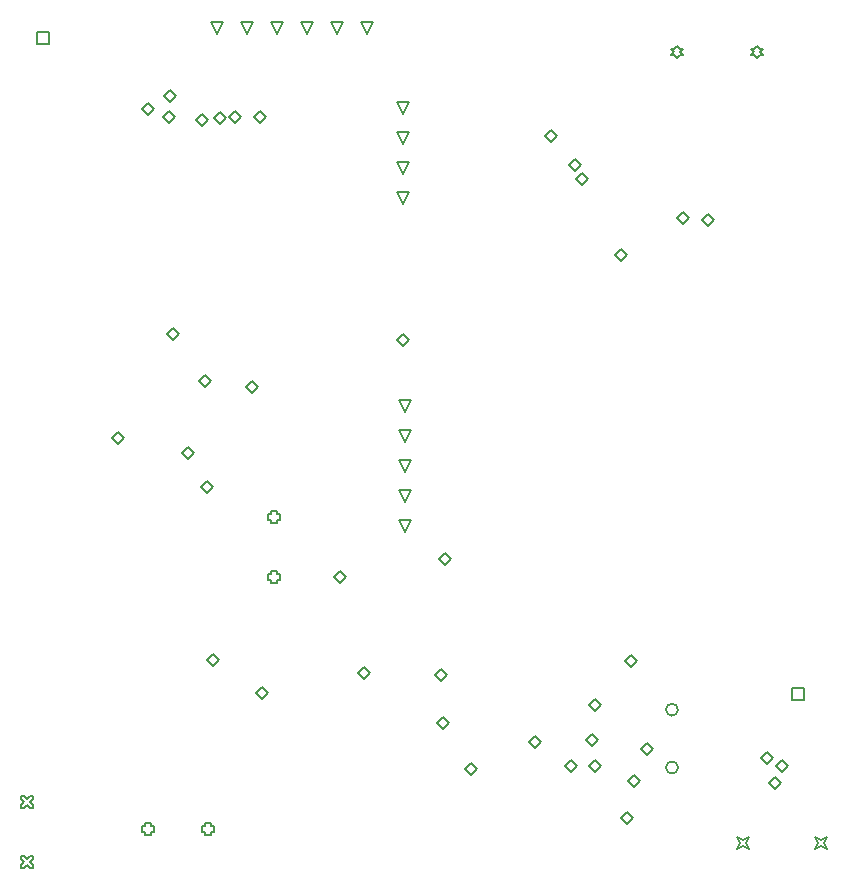
<source format=gbr>
%TF.GenerationSoftware,Altium Limited,Altium Designer,21.3.2 (30)*%
G04 Layer_Color=2752767*
%FSLAX24Y24*%
%MOIN*%
%TF.SameCoordinates,A906CF50-EBD2-4515-BF13-6977FA7C699A*%
%TF.FilePolarity,Positive*%
%TF.FileFunction,Drawing*%
%TF.Part,Single*%
G01*
G75*
%TA.AperFunction,NonConductor*%
%ADD68C,0.0050*%
%ADD107C,0.0067*%
D68*
X36600Y31100D02*
Y31500D01*
X37000D01*
Y31100D01*
X36600D01*
X11420Y52960D02*
Y53360D01*
X11820D01*
Y52960D01*
X11420D01*
X22450Y53300D02*
X22250Y53700D01*
X22650D01*
X22450Y53300D01*
X21450D02*
X21250Y53700D01*
X21650D01*
X21450Y53300D01*
X20450D02*
X20250Y53700D01*
X20650D01*
X20450Y53300D01*
X19450D02*
X19250Y53700D01*
X19650D01*
X19450Y53300D01*
X18450D02*
X18250Y53700D01*
X18650D01*
X18450Y53300D01*
X17450D02*
X17250Y53700D01*
X17650D01*
X17450Y53300D01*
X32773Y52500D02*
X32873Y52600D01*
X32973D01*
X32873Y52700D01*
X32973Y52800D01*
X32873D01*
X32773Y52900D01*
X32673Y52800D01*
X32573D01*
X32673Y52700D01*
X32573Y52600D01*
X32673D01*
X32773Y52500D01*
X35450D02*
X35550Y52600D01*
X35650D01*
X35550Y52700D01*
X35650Y52800D01*
X35550D01*
X35450Y52900D01*
X35350Y52800D01*
X35250D01*
X35350Y52700D01*
X35250Y52600D01*
X35350D01*
X35450Y52500D01*
X34778Y26150D02*
X34878Y26350D01*
X34778Y26550D01*
X34978Y26450D01*
X35178Y26550D01*
X35078Y26350D01*
X35178Y26150D01*
X34978Y26250D01*
X34778Y26150D01*
X37377D02*
X37477Y26350D01*
X37377Y26550D01*
X37577Y26450D01*
X37777Y26550D01*
X37677Y26350D01*
X37777Y26150D01*
X37577Y26250D01*
X37377Y26150D01*
X19250Y35100D02*
Y35000D01*
X19450D01*
Y35100D01*
X19550D01*
Y35300D01*
X19450D01*
Y35400D01*
X19250D01*
Y35300D01*
X19150D01*
Y35100D01*
X19250D01*
Y37100D02*
Y37000D01*
X19450D01*
Y37100D01*
X19550D01*
Y37300D01*
X19450D01*
Y37400D01*
X19250D01*
Y37300D01*
X19150D01*
Y37100D01*
X19250D01*
X10900Y25500D02*
X11000D01*
X11100Y25600D01*
X11200Y25500D01*
X11300D01*
Y25600D01*
X11200Y25700D01*
X11300Y25800D01*
Y25900D01*
X11200D01*
X11100Y25800D01*
X11000Y25900D01*
X10900D01*
Y25800D01*
X11000Y25700D01*
X10900Y25600D01*
Y25500D01*
Y27500D02*
X11000D01*
X11100Y27600D01*
X11200Y27500D01*
X11300D01*
Y27600D01*
X11200Y27700D01*
X11300Y27800D01*
Y27900D01*
X11200D01*
X11100Y27800D01*
X11000Y27900D01*
X10900D01*
Y27800D01*
X11000Y27700D01*
X10900Y27600D01*
Y27500D01*
X17050Y26700D02*
Y26600D01*
X17250D01*
Y26700D01*
X17350D01*
Y26900D01*
X17250D01*
Y27000D01*
X17050D01*
Y26900D01*
X16950D01*
Y26700D01*
X17050D01*
X15050D02*
Y26600D01*
X15250D01*
Y26700D01*
X15350D01*
Y26900D01*
X15250D01*
Y27000D01*
X15050D01*
Y26900D01*
X14950D01*
Y26700D01*
X15050D01*
X23650Y47650D02*
X23450Y48050D01*
X23850D01*
X23650Y47650D01*
Y48650D02*
X23450Y49050D01*
X23850D01*
X23650Y48650D01*
Y49650D02*
X23450Y50050D01*
X23850D01*
X23650Y49650D01*
Y50650D02*
X23450Y51050D01*
X23850D01*
X23650Y50650D01*
X23700Y36700D02*
X23500Y37100D01*
X23900D01*
X23700Y36700D01*
Y37700D02*
X23500Y38100D01*
X23900D01*
X23700Y37700D01*
Y38700D02*
X23500Y39100D01*
X23900D01*
X23700Y38700D01*
Y39700D02*
X23500Y40100D01*
X23900D01*
X23700Y39700D01*
Y40700D02*
X23500Y41100D01*
X23900D01*
X23700Y40700D01*
X15650Y50550D02*
X15850Y50750D01*
X16050Y50550D01*
X15850Y50350D01*
X15650Y50550D01*
X15656Y51220D02*
X15856Y51420D01*
X16056Y51220D01*
X15856Y51020D01*
X15656Y51220D01*
X13940Y39840D02*
X14140Y40040D01*
X14340Y39840D01*
X14140Y39640D01*
X13940Y39840D01*
X29720Y29770D02*
X29920Y29970D01*
X30120Y29770D01*
X29920Y29570D01*
X29720Y29770D01*
X31150Y28400D02*
X31350Y28600D01*
X31550Y28400D01*
X31350Y28200D01*
X31150Y28400D01*
X31570Y29460D02*
X31770Y29660D01*
X31970Y29460D01*
X31770Y29260D01*
X31570Y29460D01*
X31050Y32400D02*
X31250Y32600D01*
X31450Y32400D01*
X31250Y32200D01*
X31050Y32400D01*
X29850Y30950D02*
X30050Y31150D01*
X30250Y30950D01*
X30050Y30750D01*
X29850Y30950D01*
Y28900D02*
X30050Y29100D01*
X30250Y28900D01*
X30050Y28700D01*
X29850Y28900D01*
X27850Y29700D02*
X28050Y29900D01*
X28250Y29700D01*
X28050Y29500D01*
X27850Y29700D01*
X29050Y28900D02*
X29250Y29100D01*
X29450Y28900D01*
X29250Y28700D01*
X29050Y28900D01*
X30890Y27160D02*
X31090Y27360D01*
X31290Y27160D01*
X31090Y26960D01*
X30890Y27160D01*
X24850Y35800D02*
X25050Y36000D01*
X25250Y35800D01*
X25050Y35600D01*
X24850Y35800D01*
X24756Y30344D02*
X24956Y30544D01*
X25156Y30344D01*
X24956Y30144D01*
X24756Y30344D01*
X24700Y31950D02*
X24900Y32150D01*
X25100Y31950D01*
X24900Y31750D01*
X24700Y31950D01*
X16840Y41750D02*
X17040Y41950D01*
X17240Y41750D01*
X17040Y41550D01*
X16840Y41750D01*
X18400Y41540D02*
X18600Y41740D01*
X18800Y41540D01*
X18600Y41340D01*
X18400Y41540D01*
X16900Y38200D02*
X17100Y38400D01*
X17300Y38200D01*
X17100Y38000D01*
X16900Y38200D01*
X30700Y45950D02*
X30900Y46150D01*
X31100Y45950D01*
X30900Y45750D01*
X30700Y45950D01*
X33600Y47100D02*
X33800Y47300D01*
X34000Y47100D01*
X33800Y46900D01*
X33600Y47100D01*
X28377Y49903D02*
X28577Y50103D01*
X28777Y49903D01*
X28577Y49703D01*
X28377Y49903D01*
X17850Y50550D02*
X18050Y50750D01*
X18250Y50550D01*
X18050Y50350D01*
X17850Y50550D01*
X17350Y50500D02*
X17550Y50700D01*
X17750Y50500D01*
X17550Y50300D01*
X17350Y50500D01*
X16750Y50450D02*
X16950Y50650D01*
X17150Y50450D01*
X16950Y50250D01*
X16750Y50450D01*
X29180Y48930D02*
X29380Y49130D01*
X29580Y48930D01*
X29380Y48730D01*
X29180Y48930D01*
X23450Y43090D02*
X23650Y43290D01*
X23850Y43090D01*
X23650Y42890D01*
X23450Y43090D01*
X35566Y29154D02*
X35766Y29354D01*
X35966Y29154D01*
X35766Y28954D01*
X35566Y29154D01*
X22140Y31990D02*
X22340Y32190D01*
X22540Y31990D01*
X22340Y31790D01*
X22140Y31990D01*
X17100Y32430D02*
X17300Y32630D01*
X17500Y32430D01*
X17300Y32230D01*
X17100Y32430D01*
X18680Y50520D02*
X18880Y50720D01*
X19080Y50520D01*
X18880Y50320D01*
X18680Y50520D01*
X15780Y43310D02*
X15980Y43510D01*
X16180Y43310D01*
X15980Y43110D01*
X15780Y43310D01*
X25694Y28800D02*
X25894Y29000D01*
X26094Y28800D01*
X25894Y28600D01*
X25694Y28800D01*
X36078Y28910D02*
X36278Y29110D01*
X36478Y28910D01*
X36278Y28710D01*
X36078Y28910D01*
X29410Y48480D02*
X29610Y48680D01*
X29810Y48480D01*
X29610Y48280D01*
X29410Y48480D01*
X32762Y47160D02*
X32962Y47360D01*
X33162Y47160D01*
X32962Y46960D01*
X32762Y47160D01*
X14936Y50787D02*
X15136Y50987D01*
X15336Y50787D01*
X15136Y50587D01*
X14936Y50787D01*
X35822Y28350D02*
X36022Y28550D01*
X36222Y28350D01*
X36022Y28150D01*
X35822Y28350D01*
X21330Y35210D02*
X21530Y35410D01*
X21730Y35210D01*
X21530Y35010D01*
X21330Y35210D01*
X18730Y31330D02*
X18930Y31530D01*
X19130Y31330D01*
X18930Y31130D01*
X18730Y31330D01*
X16260Y39320D02*
X16460Y39520D01*
X16660Y39320D01*
X16460Y39120D01*
X16260Y39320D01*
D107*
X32800Y30779D02*
G03*
X32800Y30779I-200J0D01*
G01*
Y28850D02*
G03*
X32800Y28850I-200J0D01*
G01*
%TF.MD5,340f2fb884a62408d327085b4efaa5f3*%
M02*

</source>
